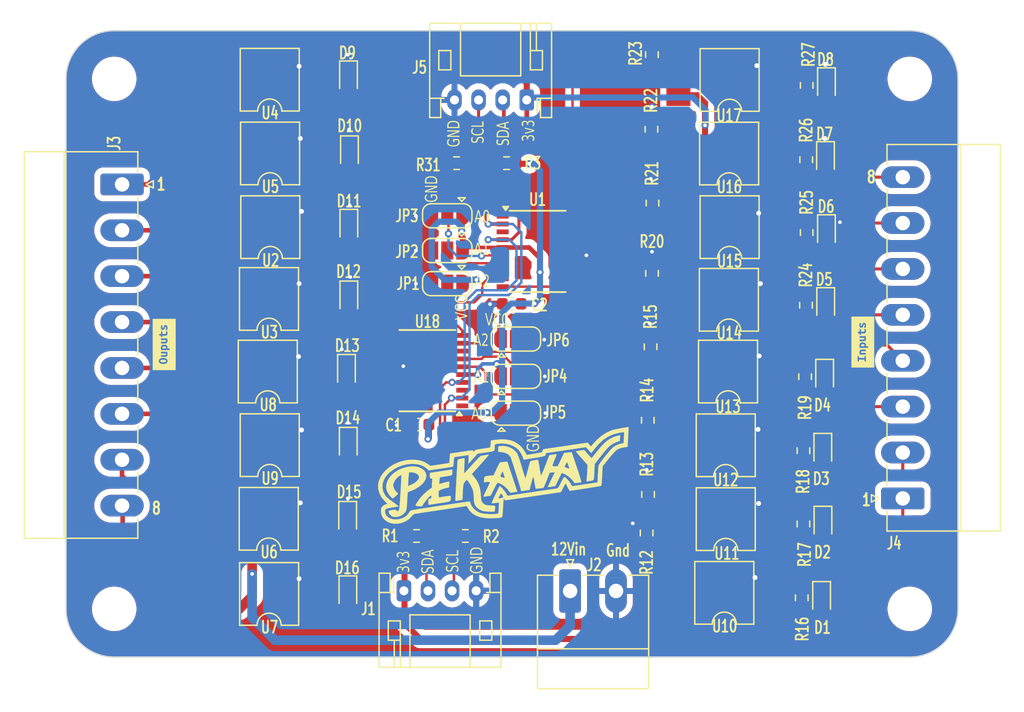
<source format=kicad_pcb>
(kicad_pcb (version 20240108) (generator "pcbnew") (generator_version "8.0")
  (title_block (comment 4 "PCBWay Project ID: 06cb5b2f-594a-422a-a1d3-4ffdad7c013d"))
  (layers (0 "F.Cu" signal) (31 "B.Cu" signal) (34 "B.Paste" user) (35 "F.Paste" user) (36 "B.SilkS" user "B.Silkscreen") (37 "F.SilkS" user "F.Silkscreen") (38 "B.Mask" user) (39 "F.Mask" user) (44 "Edge.Cuts" user))
  (net 0 "")
  (net 1 "+3V3")
  (net 2 "GND")
  (net 3 "/scl")
  (net 4 "/sda")
  (net 5 "+12V")
  (net 6 "/outputs/OUT1")
  (net 7 "/outputs/OUT2")
  (net 8 "/outputs/OUT3")
  (net 9 "/outputs/OUT4")
  (net 10 "/outputs/OUT5")
  (net 11 "/outputs/OUT6")
  (net 12 "/outputs/OUT7")
  (net 13 "/outputs/OUT8")
  (net 14 "/Inputs/In_Trig1")
  (net 15 "/Inputs/In_Trig2")
  (net 16 "/Inputs/In_Trig3")
  (net 17 "/Inputs/In_Trig4")
  (net 18 "/Inputs/In_Trig5")
  (net 19 "/Inputs/In_Trig6")
  (net 20 "/Inputs/In_Trig7")
  (net 21 "/Inputs/In_Trig8")
  (net 22 "Net-(D1-A)")
  (net 23 "/Inputs/In1")
  (net 24 "/Inputs/In2")
  (net 25 "/Inputs/In3")
  (net 26 "/Inputs/In4")
  (net 27 "Net-(D2-A)")
  (net 28 "Net-(D3-A)")
  (net 29 "Net-(D4-A)")
  (net 30 "Net-(D5-A)")
  (net 31 "/Inputs/In5")
  (net 32 "/Inputs/In6")
  (net 33 "/Inputs/In7")
  (net 34 "/Inputs/In8")
  (net 35 "Net-(D6-A)")
  (net 36 "Net-(D7-A)")
  (net 37 "Net-(D8-A)")
  (net 39 "/outputs/out_trig1")
  (net 40 "/outputs/out_trig2")
  (net 41 "/outputs/out_trig3")
  (net 42 "/outputs/out_trig4")
  (net 43 "/outputs/out_trig5")
  (net 44 "/outputs/out_trig6")
  (net 45 "/outputs/out_trig7")
  (net 46 "/outputs/out_trig8")
  (net 50 "Net-(JP1-C)")
  (net 51 "Net-(JP3-C)")
  (net 53 "Net-(JP2-C)")
  (net 54 "Net-(JP6-C)")
  (net 60 "Net-(JP4-C)")
  (net 61 "Net-(JP5-C)")
  (footprint "Resistor_SMD:R_0603_1608Metric" (layer "F.Cu") (at 105.575 68 180)
    (property "Reference" "R3")
    (property "Value" "10k")
  )
  (footprint "kibuzzard-63E0F99F" (layer "F.Cu") (at 135.15 82.85 90)
    (property "Reference" "kibuzzard-63E0F99F" (hide yes))
    (property "Value" "G***" (hide yes))
  )
  (footprint "Resistor_SMD:R_0603_1608Metric" (layer "F.Cu") (at 117.32 95.5 90)
    (property "Reference" "R13")
    (property "Value" "10k")
  )
  (footprint "Capacitor_SMD:C_0603_1608Metric" (layer "F.Cu") (at 106 79.675 180)
    (property "Reference" "C2")
    (property "Value" "0.1u")
  )
  (footprint "Resistor_SMD:R_0603_1608Metric" (layer "F.Cu") (at 117.69 71.31 90)
    (property "Reference" "R21")
    (property "Value" "10k")
  )
  (footprint "LED_SMD:LED_0603_1608Metric" (layer "F.Cu") (at 131.83 91.92 -90)
    (property "Reference" "D3")
    (property "Value" "LED_Small")
  )
  (footprint "Jumper:SolderJumper-3_P1.3mm_Open_RoundedPad1.0x1.5mm" (layer "F.Cu") (at 106.35 82.6)
    (property "Reference" "JP6")
    (property "Value" "Jumper_3_Open")
  )
  (footprint "Resistor_SMD:R_0603_1608Metric" (layer "F.Cu") (at 98.1 98.95)
    (property "Reference" "R1")
    (property "Value" "10k")
  )
  (footprint "Resistor_SMD:R_0603_1608Metric" (layer "F.Cu") (at 130.45 67.71 90)
    (property "Reference" "R26")
    (property "Value" "4.7k")
  )
  (footprint "LED_SMD:LED_0603_1608Metric" (layer "F.Cu") (at 132.13 61.57 -90)
    (property "Reference" "D8")
    (property "Value" "LED_Small")
  )
  (footprint "Connector_Phoenix_MC:PhoenixContact_MC_1,5_8-G-3.81_1x08_P3.81mm_Horizontal" (layer "F.Cu") (at 138.4675 95.83 90)
    (property "Reference" "J4")
    (property "Value" "Conn_01x08")
  )
  (footprint "Package_DIP:SMDIP-4_W7.62mm-updated" (layer "F.Cu") (at 123.96 85.3 180)
    (property "Reference" "U13")
    (property "Value" "PC817")
  )
  (footprint "Package_DIP:SMDIP-4_W7.62mm-updated" (layer "F.Cu") (at 123.77 97.55 180)
    (property "Reference" "U11")
    (property "Value" "PC817")
  )
  (footprint "LED_SMD:LED_0603_1608Metric" (layer "F.Cu") (at 131.98 85.77 -90)
    (property "Reference" "D4")
    (property "Value" "LED_Small")
  )
  (footprint "Jumper:SolderJumper-3_P1.3mm_Open_RoundedPad1.0x1.5mm" (layer "F.Cu") (at 106.35 85.7)
    (property "Reference" "JP4")
    (property "Value" "Jumper_3_Open")
  )
  (footprint "Resistor_SMD:R_0603_1608Metric" (layer "F.Cu") (at 130.22 97.95 90)
    (property "Reference" "R17")
    (property "Value" "4.7k")
  )
  (footprint "Resistor_SMD:R_0603_1608Metric" (layer "F.Cu") (at 130.49 73.76 90)
    (property "Reference" "R25")
    (property "Value" "4.7k")
  )
  (footprint "Jumper:SolderJumper-3_P1.3mm_Open_RoundedPad1.0x1.5mm" (layer "F.Cu") (at 100.65 78 180)
    (property "Reference" "JP1")
    (property "Value" "Jumper_3_Open")
  )
  (footprint "Package_DIP:SMDIP-4_W7.62mm-updated" (layer "F.Cu") (at 85.91 91.41 180)
    (property "Reference" "U9")
    (property "Value" "PC817")
  )
  (footprint "LED_SMD:LED_0603_1608Metric" (layer "F.Cu") (at 92.38 97.57 -90)
    (property "Reference" "D15")
    (property "Value" "LED_Small")
  )
  (footprint "LED_SMD:LED_0603_1608Metric" (layer "F.Cu") (at 92.48 73.32 -90)
    (property "Reference" "D11")
    (property "Value" "LED_Small")
  )
  (footprint "Resistor_SMD:R_0603_1608Metric" (layer "F.Cu") (at 117.3 89.345 90)
    (property "Reference" "R14")
    (property "Value" "10k")
  )
  (footprint "LED_SMD:LED_0603_1608Metric" (layer "F.Cu") (at 132.13 73.77 -90)
    (property "Reference" "D6")
    (property "Value" "LED_Small")
  )
  (footprint "Package_DIP:SMDIP-4_W7.62mm-updated" (layer "F.Cu") (at 123.77 91.42 180)
    (property "Reference" "U12")
    (property "Value" "PC817")
  )
  (footprint "Resistor_SMD:R_0603_1608Metric" (layer "F.Cu") (at 130.36 85.725 90)
    (property "Reference" "R19")
    (property "Value" "4.7k")
  )
  (footprint "Resistor_SMD:R_0603_1608Metric" (layer "F.Cu") (at 130.43 79.79 90)
    (property "Reference" "R24")
    (property "Value" "4.7k")
  )
  (footprint "Package_SO:SSOP-20_4.4x6.5mm_P0.65mm" (layer "F.Cu") (at 108.15 75.325)
    (property "Reference" "U1")
    (property "Value" "PCF8574ATS")
  )
  (footprint "Resistor_SMD:R_0603_1608Metric" (layer "F.Cu") (at 117.6 65.185 90)
    (property "Reference" "R22")
    (property "Value" "10k")
  )
  (footprint "LED_SMD:LED_0603_1608Metric" (layer "F.Cu") (at 132.05 67.7 -90)
    (property "Reference" "D7")
    (property "Value" "LED_Small")
  )
  (footprint "Capacitor_SMD:C_0603_1608Metric" (layer "F.Cu") (at 98.35 89.7 180)
    (property "Reference" "C1")
    (property "Value" "0.1u")
  )
  (footprint "Package_DIP:SMDIP-4_W7.62mm-updated" (layer "F.Cu") (at 123.65 103.67 180)
    (property "Reference" "U10")
    (property "Value" "PC817")
  )
  (footprint "MountingHole:MountingHole_3.2mm_M3" (layer "F.Cu") (at 73 61)
    (property "Reference" "REF**" (hide yes))
    (property "Value" "MountingHole_3.2mm_M3")
  )
  (footprint "Resistor_SMD:R_0603_1608Metric" (layer "F.Cu") (at 130.08 104.08 90)
    (property "Reference" "R16")
    (property "Value" "4.7k")
  )
  (footprint "MountingHole:MountingHole_3.2mm_M3" (layer "F.Cu") (at 139.05 105)
    (property "Reference" "REF**" (hide yes))
    (property "Value" "MountingHole_3.2mm_M3")
  )
  (footprint "LED_SMD:LED_0603_1608Metric" (layer "F.Cu") (at 92.4 103.75 -90)
    (property "Reference" "D16")
    (property "Value" "LED_Small")
  )
  (footprint "Package_DIP:SMDIP-4_W7.62mm-updated" (layer "F.Cu") (at 85.91 61.07 180)
    (property "Reference" "U4")
    (property "Value" "PC817")
  )
  (footprint "LED_SMD:LED_0603_1608Metric" (layer "F.Cu") (at 132.0675 79.82 -90)
    (property "Reference" "D5")
    (property "Value" "LED_Small")
  )
  (footprint "Resistor_SMD:R_0603_1608Metric" (layer "F.Cu") (at 130.22 91.87 90)
    (property "Reference" "R18")
    (property "Value" "4.7k")
  )
  (footprint "LED_SMD:LED_0603_1608Metric" (layer "F.Cu") (at 92.45 61 -90)
    (property "Reference" "D9")
    (property "Value" "LED_Small")
  )
  (footprint "Connector_JST:JST_PH_S4B-PH-K_1x04_P2.00mm_Horizontal" (layer "F.Cu") (at 107.25 62.75 180)
    (property "Reference" "J5")
    (property "Value" "Conn_01x04")
  )
  (footprint "Resistor_SMD:R_0603_1608Metric" (layer "F.Cu") (at 101.425 68)
    (property "Reference" "R31")
    (property "Value" "10k")
  )
  (footprint "Resistor_SMD:R_0603_1608Metric" (layer "F.Cu") (at 117.64 58.99 90)
    (property "Reference" "R23")
    (property "Value" "10k")
  )
  (footprint "LED_SMD:LED_0603_1608Metric" (layer "F.Cu") (at 92.48 79.27 -90)
    (property "Reference" "D12")
    (property "Value" "LED_Small")
  )
  (footprint "MountingHole:MountingHole_3.2mm_M3" (layer "F.Cu") (at 139.05 61)
    (property "Reference" "REF**" (hide yes))
    (property "Value" "MountingHole_3.2mm_M3")
  )
  (footprint "Connector_Phoenix_MC:PhoenixContact_MC_1,5_8-G-3.81_1x08_P3.81mm_Horizontal" (layer "F.Cu") (at 73.65 69.76 -90)
    (property "Reference" "J3")
    (property "Value" "Conn_01x08")
  )
  (footprint "LED_SMD:LED_0603_1608Metric" (layer "F.Cu") (at 92.43 91.42 -90)
    (property "Reference" "D14")
    (property "Value" "LED_Small")
  )
  (footprint "LED_SMD:LED_0603_1608Metric" (layer "F.Cu") (at 131.8425 97.97 -90)
    (property "Reference" "D2")
    (property "Value" "LED_Small")
  )
  (footprint "Package_DIP:SMDIP-4_W7.62mm-updated" (layer "F.Cu") (at 124.03 79.34 180)
    (property "Reference" "U14")
    (property "Value" "PC817")
  )
  (footprint "Package_DIP:SMDIP-4_W7.62mm-updated" (layer "F.Cu") (at 85.75 85.3 180)
    (property "Reference" "U8")
    (property "Value" "PC817")
  )
  (footprint "LED_SMD:LED_0603_1608Metric" (layer "F.Cu") (at 131.73 104.22 -90)
    (property "Reference" "D1")
    (property "Value" "LED_Small")
  )
  (footprint "Package_DIP:SMDIP-4_W7.62mm-updated" (layer "F.Cu") (at 124.09 61.09 180)
    (property "Reference" "U17")
    (property "Value" "PC817")
  )
  (footprint "Package_DIP:SMDIP-4_W7.62mm-updated" (layer "F.Cu") (at 85.83 97.52 180)
    (property "Reference" "U6")
    (property "Value" "PC817")
  )
  (footprint "Package_DIP:SMDIP-4_W7.62mm-updated" (layer "F.Cu") (at 85.96 73.31 180)
    (property "Reference" "U2")
    (property "Value" "PC817")
  )
  (footprint "Connector_JST:JST_PH_S4B-PH-K_1x04_P2.00mm_Horizontal" (layer "F.Cu") (at 97.05 103.5)
    (property "Reference" "J1")
    (property "Value" "Conn_01x04")
  )
  (footprint "Jumper:SolderJumper-3_P1.3mm_Open_RoundedPad1.0x1.5mm" (layer "F.Cu") (at 100.65 72.3675 180)
    (property "Reference" "JP3")
    (property "Value" "Jumper_3_Open")
  )
  (footprint "Resistor_SMD:R_0603_1608Metric" (layer "F.Cu") (at 117.2 98.7 90)
    (property "Reference" "R12")
    (property "Value" "10k")
  )
  (footprint "Resistor_SMD:R_0603_1608Metric" (layer "F.Cu") (at 102.15 98.95 180)
    (property "Reference" "R2")
    (property "Value" "10k")
  )
  (footprint "Jumper:SolderJumper-3_P1.3mm_Open_RoundedPad1.0x1.5mm" (layer "F.Cu") (at 100.65 75.25 180)
    (property "Reference" "JP2")
    (property "Value" "Jumper_3_Open")
  )
  (footprint "LED_SMD:LED_0603_1608Metric" (layer "F.Cu") (at 92.53 67.22 -90)
    (property "Reference" "D10")
    (property "Value" "LED_Small")
  )
  (footprint "greencharge-footprints:logo-small-pekaway" (layer "F.Cu") (at 105.05 94.05)
    (property "Reference" "G***" (hide yes))
    (property "Value" "LOGO" (hide yes))
  )
  (footprint "Jumper:SolderJumper-3_P1.3mm_Open_RoundedPad1.0x1.5mm" (layer "F.Cu") (at 106.35 88.75)
    (property "Reference" "JP5")
    (property "Value" "Jumper_3_Open")
  )
  (footprint "Package_DIP:SMDIP-4_W7.62mm-updated" (layer "F.Cu") (at 124.09 73.31 180)
    (property "Reference" "U15")
    (property "Value" "PC817")
  )
  (footprint "MountingHole:MountingHole_3.2mm_M3" (layer "F.Cu") (at 73 105)
    (property "Reference" "REF**" (hide yes))
    (property "Value" "MountingHole_3.2mm_M3")
  )
  (footprint "kibuzzard-63E0F976" (layer "F.Cu") (at 77.15 83.05 90)
    (property "Reference" "kibuzzard-63E0F976" (hide yes))
    (property "Value" "G***" (hide yes))
  )
  (footprint "Connector_Phoenix_MC:PhoenixContact_MC_1,5_2-G-3.81_1x02_P3.81mm_Horizontal" (layer "F.Cu") (at 110.85 103.5175)
    (property "Reference" "J2")
    (property "Value" "Conn_01x02")
  )
  (footprint "LED_SMD:LED_0603_1608Metric" (layer "F.Cu") (at 92.28 85.37 -90)
    (property "Reference" "D13")
    (property "Value" "LED_Small")
  )
  (footprint "Package_DIP:SMDIP-4_W7.62mm-updated" (layer "F.Cu") (at 85.85 79.27 180)
    (property "Reference" "U3")
    (property "Value" "PC817")
  )
  (footprint "Package_DIP:SMDIP-4_W7.62mm-updated" (layer "F.Cu") (at 124.05 67.2 180)
    (property "Reference" "U16")
    (property "Value" "PC817")
  )
  (footprint "Package_SO:SSOP-20_4.4x6.5mm_P0.65mm" (layer "F.Cu") (at 99 85.225 180)
    (property "Reference" "U18")
    (property "Value" "PCF8574ATS")
  )
  (footprint "Package_DIP:SMDIP-4_W7.62mm-updated" (layer "F.Cu") (at 85.94 67.19 180)
    (property "Reference" "U5")
    (property "Value" "PC817")
  )
  (footprint "Package_DIP:SMDIP-4_W7.62mm-updated" (layer "F.Cu") (at 85.86 103.76 180)
    (property "Reference" "U7")
    (property "Value" "PC817")
  )
  (footprint "Resistor_SMD:R_0603_1608Metric" (layer "F.Cu") (at 117.65 77.15 90)
    (property "Reference" "R20")
    (property "Value" "10k")
  )
  (footprint "Resistor_SMD:R_0603_1608Metric" (layer "F.Cu") (at 130.49 61.54 90)
    (property "Reference" "R27")
    (property "Value" "4.7k")
  )
  (footprint "Resistor_SMD:R_0603_1608Metric" (layer "F.Cu") (at 117.53 83.245 90)
    (property "Reference" "R15")
    (property "Value" "10k")
  )
  (gr_line (start 139.05 109) (end 73 109) (stroke (width 0.1)) (layer "Edge.Cuts"))
  (gr_line (start 143.05 61) (end 143.05 105) (stroke (width 0.1)) (layer "Edge.Cuts"))
  (gr_line (start 73 57) (end 139.05 57) (stroke (width 0.1)) (layer "Edge.Cuts"))
  (gr_arc (start 73 109) (mid 70.171573 107.828427) (end 69 105) (stroke (width 0.1)) (layer "Edge.Cuts"))
  (gr_arc (start 139.05 57) (mid 141.878427 58.171573) (end 143.05 61) (stroke (width 0.1)) (layer "Edge.Cuts"))
  (gr_arc (start 143.05 105) (mid 141.878427 107.828427) (end 139.05 109) (stroke (width 0.1)) (layer "Edge.Cuts"))
  (gr_line (start 69 105) (end 69 61) (stroke (width 0.1)) (layer "Edge.Cuts"))
  (gr_arc (start 69 61) (mid 70.171573 58.171573) (end 73 57) (stroke (width 0.1)) (layer "Edge.Cuts"))
  (gr_text "SCL" (at 101.15 101.05 90) (layer "F.SilkS") (effects (font (size 1 0.7))))
  (gr_text "A2\n" (at 103.55 77.85 0) (layer "F.SilkS") (effects (font (size 1 0.7))))
  (gr_text "GND" (at 107.85 90.85 90) (layer "F.SilkS") (effects (font (size 1 0.7))))
  (gr_text "SCL" (at 103.25 65.45 90) (layer "F.SilkS") (effects (font (size 1 0.7))))
  (gr_text "GND" (at 101.25 65.55 90) (layer "F.SilkS") (effects (font (size 1 0.7))))
  (gr_text "Gnd" (at 114.825 100.15 0) (layer "F.SilkS") (effects (font (size 1 0.7))))
  (gr_text "A2\n" (at 103.45 82.75 0) (layer "F.SilkS") (effects (font (size 1 0.7))))
  (gr_text "1" (at 76.9 69.75 0) (layer "F.SilkS") (effects (font (size 1 0.7) (thickness 0.175))))
  (gr_text "VCC" (at 101.9 79.999998 90) (layer "F.SilkS") (effects (font (size 1 0.7))))
  (gr_text "12Vin" (at 110.725 100.05 0) (layer "F.SilkS") (effects (font (size 1 0.7))))
  (gr_text "VCC" (at 104.8 81.05 0) (layer "F.SilkS") (effects (font (size 1 0.7))))
  (gr_text "SDA" (at 105.35 65.55 90) (layer "F.SilkS") (effects (font (size 1 0.7))))
  (gr_text "A0" (at 103.3 88.85 0) (layer "F.SilkS") (effects (font (size 1 0.7))))
  (gr_text "8\n" (at 135.849999 69.149999 0) (layer "F.SilkS") (effects (font (size 1 0.7) (thickness 0.175))))
  (gr_text "8\n" (at 76.499999 96.649999 0) (layer "F.SilkS") (effects (font (size 1 0.7) (thickness 0.175))))
  (gr_text "3v3" (at 97.075 101.1 90) (layer "F.SilkS") (effects (font (size 1 0.7))))
  (gr_text "A1" (at 103.5 85.8 0) (layer "F.SilkS") (effects (font (size 1 0.7))))
  (gr_text "SDA" (at 99.1 101.075 90) (layer "F.SilkS") (effects (font (size 1 0.7))))
  (gr_text "3v3" (at 107.45 65.3 90) (layer "F.SilkS") (effects (font (size 1 0.7))))
  (gr_text "A1" (at 103.5 75.2 0) (layer "F.SilkS") (effects (font (size 1 0.7))))
  (gr_text "GND" (at 99.4 70.15 90) (layer "F.SilkS") (effects (font (size 1 0.7))))
  (gr_text "GND" (at 103.15 100.975 90) (layer "F.SilkS") (effects (font (size 1 0.7))))
  (gr_text "1" (at 135.45 95.95 0) (layer "F.SilkS") (effects (font (size 1 0.7) (thickness 0.175))))
  (gr_text "A0" (at 103.55 72.5 0) (layer "F.SilkS") (effects (font (size 1 0.7))))
  (segment (start 97.275 101.725) (end 97.1 101.9) (width 0.508) (layer "F.Cu") (net 1))
  (segment (start 121.11 104.94) (end 119.4 104.94) (width 0.508) (layer "F.Cu") (net 1))
  (segment (start 105.05 82.6) (end 105.05 81.6) (width 0.508) (layer "F.Cu") (net 1))
  (segment (start 101.95 74.25) (end 101.95 75.25) (width 0.508) (layer "F.Cu") (net 1))
  (segment (start 102.2 75) (end 101.95 75.25) (width 0.3048) (layer "F.Cu") (net 1))
  (segment (start 121.41 62.36) (end 122.05 63) (width 0.508) (layer "F.Cu") (net 1))
  (segment (start 122.05 92.55) (end 122.05 98.75) (width 0.508) (layer "F.Cu") (net 1))
  (segment (start 106.45 68.05) (end 106.4 68) (width 0.508) (layer "F.Cu") (net 1))
  (segment (start 122.05 80.75) (end 122.05 86.7) (width 0.508) (layer "F.Cu") (net 1))
  (segment (start 119.52 98.82) (end 121.98 98.82) (width 0.508) (layer "F.Cu") (net 1))
  (segment (start 118.35 107.5) (end 119.4 106.45) (width 0.508) (layer "F.Cu") (net 1))
  (segment (start 121.93 68.47) (end 122.05 68.35) (width 0.508) (layer "F.Cu") (net 1))
  (segment (start 104 88.75) (end 103.95 88.7) (width 0.508) (layer "F.Cu") (net 1))
  (segment (start 102.269347 77.680653) (end 101.95 78) (width 0.508) (layer "F.Cu") (net 1))
  (segment (start 98.45 60.4) (end 106.3 60.4) (width 0.508) (layer "F.Cu") (net 1))
  (segment (start 100.6 68) (end 98.1 68) (width 0.508) (layer "F.Cu") (net 1))
  (segment (start 99.125 89.7) (end 99.125 90.825) (width 0.508) (layer "F.Cu") (net 1))
  (segment (start 105.25 75) (end 107.45 75) (width 0.381) (layer "F.Cu") (net 1))
  (segment (start 119.8 68.47) (end 121.93 68.47) (width 0.508) (layer "F.Cu") (net 1))
  (segment (start 105.05 81.6) (end 105.2 81.45) (width 0.508) (layer "F.Cu") (net 1))
  (segment (start 121.91 92.69) (end 122.05 92.55) (width 0.508) (layer "F.Cu") (net 1))
  (segment (start 107.25 61.35) (end 107.25 62.75) (width 0.508) (layer "F.Cu") (net 1))
  (segment (start 103.149208 85.55) (end 103.174604 85.575396) (width 0.3048) (layer "F.Cu") (net 1))
  (segment (start 98.1 68) (end 97.3 67.2) (width 0.508) (layer "F.Cu") (net 1))
  (segment (start 106.4 65.8) (end 106.4 68) (width 0.381) (layer "F.Cu") (net 1))
  (segment (start 121.91 80.61) (end 122.05 80.75) (width 0.508) (layer "F.Cu") (net 1))
  (segment (start 107.9 79.65) (end 106.8 79.65) (width 0.508) (layer "F.Cu") (net 1))
  (segment (start 108.35 75.9) (end 108.35 77.05) (width 0.381) (layer "F.Cu") (net 1))
  (segment (start 121.88 74.58) (end 122.05 74.75) (width 0.508) (layer "F.Cu") (net 1))
  (segment (start 107.25 62.75) (end 107.25 64.95) (width 0.381) (layer "F.Cu") (net 1))
  (segment (start 107.9 75.45) (end 108.35 75.9) (width 0.381) (layer "F.Cu") (net 1))
  (segment (start 122.05 64.85) (end 122.05 68.35) (width 0.508) (layer "F.Cu") (net 1))
  (segment (start 121.92 86.57) (end 122.05 86.7) (width 0.508) (layer "F.Cu") (net 1))
  (segment (start 98.4 107.5) (end 118.35 107.5) (width 0.508) (layer "F.Cu") (net 1))
  (segment (start 99.125 90.825) (end 99.05 90.9) (width 0.508) (layer "F.Cu") (net 1))
  (segment (start 101.9 85.55) (end 103.149208 85.55) (width 0.3048) (layer "F.Cu") (net 1))
  (segment (start 97.3 61.55) (end 98.45 60.4) (width 0.508) (layer "F.Cu") (net 1))
  (segment (start 107.45 68.05) (end 106.45 68.05) (width 0.508) (layer "F.Cu") (net 1))
  (segment (start 119.52 92.69) (end 121.91 92.69) (width 0.508) (layer "F.Cu") (net 1))
  (segment (start 122.05 63) (end 122.05 64.85) (width 0.508) (layer "F.Cu") (net 1))
  (segment (start 105.25 75) (end 102.2 75) (width 0.3048) (layer "F.Cu") (net 1))
  (segment (start 106.8 79.65) (end 106.775 79.675) (width 0.508) (layer "F.Cu") (net 1))
  (segment (start 121.98 98.82) (end 122.05 98.75) (width 0.508) (layer "F.Cu") (net 1))
  (segment (start 101.95 72.3675) (end 101.85 72.4675) (width 0.508) (layer "F.Cu") (net 1))
  (segment (start 122.05 86.7) (end 122.05 92.55) (width 0.508) (layer "F.Cu") (net 1))
  (segment (start 122.05 98.75) (end 122.05 104) (width 0.508) (layer "F.Cu") (net 1))
  (segment (start 107.25 64.95) (end 106.4 65.8) (width 0.381) (layer "F.Cu") (net 1))
  (segment (start 97.275 98.95) (end 97.275 101.725) (width 0.508) (layer "F.Cu") (net 1))
  (segment (start 107.45 75) (end 107.9 75.45) (width 0.381) (layer "F.Cu") (net 1))
  (segment (start 122.05 74.75) (end 122.05 80.75) (width 0.508) (layer "F.Cu") (net 1))
  (segment (start 119.4 106.45) (end 119.4 104.94) (width 0.508) (layer "F.Cu") (net 1))
  (segment (start 106.3 60.4) (end 107.25 61.35) (width 0.508) (layer "F.Cu") (net 1))
  (segment (start 119.71 86.57) (end 121.92 86.57) (width 0.508) (layer "F.Cu") (net 1))
  (segment (start 105.05 88.75) (end 104 88.75) (width 0.508) (layer "F.Cu") (net 1))
  (segment (start 97.3 67.2) (end 97.3 61.55) (width 0.508) (layer "F.Cu") (net 1))
  (segment (start 97.1 101.9) (end 97.1 106.2) (width 0.508) (layer "F.Cu") (net 1))
  (segment (start 104.75 84.6614) (end 105.05 84.9614) (width 0.508) (layer "F.Cu") (net 1))
  (segment (start 119.78 80.61) (end 121.91 80.61) (width 0.508) (layer "F.Cu") (net 1))
  (segment (start 102.975 98.95) (end 104.25 98.95) (width 0.508) (layer "F.Cu") (net 1))
  (segment (start 105.05 84.9614) (end 105.05 85.7) (width 0.508) (layer "F.Cu") (net 1))
  (segment (start 119.84 74.58) (end 121.88 74.58) (width 0.508) (layer "F.Cu") (net 1))
  (segment (start 119.84 62.36) (end 121.41 62.36) (width 0.508) (layer "F.Cu") (net 1))
  (segment (start 104.25 98.95) (end 105.05 98.15) (width 0.508) (layer "F.Cu") (net 1))
  (segment (start 105.05 98.15) (end 105.05 88.75) (width 0.508) (layer "F.Cu") (net 1))
  (segment (start 97.1 106.2) (end 98.4 107.5) (width 0.508) (layer "F.Cu") (net 1))
  (segment (start 122.05 104) (end 121.11 104.94) (width 0.508) (layer "F.Cu") (net 1))
  (segment (start 103.075125 77.680653) (end 102.269347 77.680653) (width 0.508) (layer "F.Cu") (net 1))
  (segment (start 101.85 74.15) (end 101.95 74.25) (width 0.508) (layer "F.Cu") (net 1))
  (segment (start 122.05 68.35) (end 122.05 74.75) (width 0.508) (layer "F.Cu") (net 1))
  (segment (start 101.85 72.4675) (end 101.85 74.15) (width 0.508) (layer "F.Cu") (net 1))
  (via (at 103.174604 85.575396) (size 0.6) (drill 0.3) (layers "F.Cu" "B.Cu") (net 1))
  (via (at 107.45 68.05) (size 0.6) (drill 0.3) (layers "F.Cu" "B.Cu") (net 1))
  (via (at 103.95 88.7) (size 0.6) (drill 0.3) (layers "F.Cu" "B.Cu") (net 1))
  (via (at 122.05 64.85) (size 0.6) (drill 0.3) (layers "F.Cu" "B.Cu") (net 1))
  (via (at 103.075125 77.680653) (size 0.6) (drill 0.3) (layers "F.Cu" "B.Cu") (net 1))
  (via (at 108.35 77.05) (size 0.6) (drill 0.3) (layers "F.Cu" "B.Cu") (net 1))
  (via (at 107.9 79.65) (size 0.6) (drill 0.3) (layers "F.Cu" "B.Cu") (net 1))
  (via (at 99.05 90.9) (size 0.6) (drill 0.3) (layers "F.Cu" "B.Cu") (net 1))
  (via (at 101.85 73.65) (size 0.6) (drill 0.3) (layers "F.Cu" "B.Cu") (net 1))
  (via (at 105.2 81.45) (size 0.6) (drill 0.3) (layers "F.Cu" "B.Cu") (net 1))
  (via (at 104.75 84.6614) (size 0.6) (drill 0.3) (layers "F.Cu" "B.Cu") (net 1))
  (segment (start 101.4 72.85) (end 99.95 72.85) (width 0.508) (layer "B.Cu") (net 1))
  (segment (start 103.174604 85.075396) (end 103.5886 84.6614) (width 0.3048) (layer "B.Cu") (net 1))
  (segment (start 99.05 89.6) (end 99.05 90.9) (width 0.508) (layer "B.Cu") (net 1))
  (segment (start 101.85 73.65) (end 101.85 73.3) (width 0.508) (layer "B.Cu") (net 1))
  (segment (start 105.2 84.6) (end 105.2 81.45) (width 0.508) (layer "B.Cu") (net 1))
  (segment (start 103.174604 85.575396) (end 103.174604 85.075396) (width 0.3048) (layer "B.Cu") (net 1))
  (segment (start 105.95 79.65) (end 105.2 80.4) (width 0.508) (layer "B.Cu") (net 1))
  (segment (start 99.95 88.7) (end 99.05 89.6) (width 0.508) (layer "B.Cu") (net 1))
  (segment (start 107.9 79.65) (end 108.35 79.2) (width 0.508) (layer "B.Cu") (net 1))
  (segment (start 107.454 62.546) (end 121.046 62.546) (width 0.508) (layer "B.Cu") (net 1))
  (segment (start 122.1 63.6) (end 122.1 64.8) (width 0.508) (layer "B.Cu") (net 1))
  (segment (start 105.2 84.6) (end 104.8114 84.6) (width 0.508) (layer "B.Cu") (net 1))
  (segment (start 107.85 68.1) (end 107.8 68.05) (width 0.508) (layer "B.Cu") (net 1))
  (segment (start 105.2 87.85) (end 105.2 84.6) (width 0.508) (layer "B.Cu") (net 1))
  (segment (start 99.35 76.6) (end 100.430653 77.680653) (width 0.508) (layer "B.Cu") (net 1))
  (segment (start 108.35 77.3) (end 108.35 77.05) (width 0.381) (layer "B.Cu") (net 1))
  (segment (start 99.95 72.85) (end 99.35 73.45) (width 0.508) (layer "B.Cu") (net 1))
  (segment (start 108.35 77.05) (end 108.35 68.6) (width 0.508) (layer "B.Cu") (net 1))
  (segment (start 107.25 62.75) (end 107.454 62.546) (width 0.508) (layer "B.Cu") (net 1))
  (segment (start 107.9 79.65) (end 105.95 79.65) (width 0.508) (layer "B.Cu") (net 1))
  (segment (start 103.95 88.7) (end 99.95 88.7) (width 0.508) (layer "B.Cu") (net 1))
  (segment (start 121.046 62.546) (end 122.1 63.6) (width 0.508) (layer "B.Cu") (net 1))
  (segment (start 108.35 68.6) (end 107.85 68.1) (width 0.508) (layer "B.Cu") (net 1))
  (segment (start 107.8 68.05) (end 107.45 68.05) (width 0.508) (layer "B.Cu") (net 1))
  (segment (start 105.2 80.4) (end 105.2 81.45) (width 0.508) (layer "B.Cu") (net 1))
  (segment (start 103.95 88.7) (end 104.35 88.7) (width 0.508) (layer "B.Cu") (net 1))
  (segment (start 104.8114 84.6) (end 104.75 84.6614) (width 0.508) (layer "B.Cu") (net 1))
  (segment (start 99.35 73.45) (end 99.35 76.6) (width 0.508) (layer "B.Cu") (net 1))
  (segment (start 101.85 73.3) (end 101.4 72.85) (width 0.508) (layer "B.Cu") (net 1))
  (segment (start 100.430653 77.680653) (end 103.075125 77.680653) (width 0.508) (layer "B.Cu") (net 1))
  (segment (start 108.35 79.2) (end 108.35 77.3) (width 0.508) (layer "B.Cu") (net 1))
  (segment (start 103.5886 84.6614) (end 104.75 84.6614) (width 0.3048) (layer "B.Cu") (net 1))
  (segment (start 122.1 64.8) (end 122.05 64.85) (width 0.508) (layer "B.Cu") (net 1))
  (segment (start 104.35 88.7) (end 105.2 87.85) (width 0.508) (layer "B.Cu") (net 1))
  (segment (start 117.65 76.325) (end 117.65 75.35) (width 0.2032) (layer "F.Cu") (net 2))
  (segment (start 90.19 65.92) (end 88.48 65.92) (width 0.508) (layer "F.Cu") (net 2))
  (segment (start 92.45 59.05) (end 92.4 59) (width 0.508) (layer "F.Cu") (net 2))
  (segment (start 104.225 79.675) (end 104.2 79.7) (width 0.508) (layer "F.Cu") (net 2))
  (segment (start 128.34 72.04) (end 126.61 72.04) (width 0.508) (layer "F.Cu") (net 2))
  (segment (start 126.832 64.462) (end 128.3 65.93) (width 0.508) (layer "F.Cu") (net 2))
  (segment (start 90.1 78) (end 88.35 78) (width 0.508) (layer "F.Cu") (net 2))
  (segment (start 117.32 94.675) (end 117.32 93.57) (width 0.381) (layer "F.Cu") (net 2))
  (segment (start 127.9 102.4) (end 126.2 102.4) (width 0.508) (layer "F.Cu") (net 2))
  (segment (start 133.1675 72.9825) (end 133.25 72.9) (width 0.254) (layer "F.Cu") (net 2))
  (segment (start 117.6 64.36) (end 117.6 63.35) (width 0.381) (layer "F.Cu") (net 2))
  (segment (start 92.48 77.57) (end 92.6 77.45) (width 0.508) (layer "F.Cu") (net 2))
  (segment (start 88.59 72.04) (end 88.55 72) (width 0.508) (layer "F.Cu") (net 2))
  (segment (start 88.32 84.03) (end 88.3 84.05) (width 0.508) (layer "F.Cu") (net 2))
  (segment (start 88.36 102.49) (end 88.35 102.5) (width 0.508) (layer "F.Cu") (net 2))
  (segment (start 105.225 79.675) (end 104.225 79.675) (width 0.508) (layer "F.Cu") (net 2))
  (segment (start 91.85 83.6) (end 91.9 83.55) (width 0.2032) (layer "F.Cu") (net 2))
  (segment (start 91.9 83.55) (end 91.9 83.45) (width 0.2032) (layer "F.Cu") (net 2))
  (segment (start 117.69 69.44) (end 117.55 69.3) (width 0.381) (layer "F.Cu") (net 2))
  (segment (start 92.48 71.57) (end 92.55 71.5) (width 0.508) (layer "F.Cu") (net 2))
  (segment (start 88.5 59.8) (end 88.35 59.95) (width 0.508) (layer "F.Cu") (net 2))
  (segment (start 99.35 72.3675) (end 98.0825 72.3675) (width 0.508) (layer "F.Cu") (net 2))
  (segment (start 92.45 60.2125) (end 92.45 59.05) (width 0.508) (layer "F.Cu") (net 2))
  (segment (start 108.65 82.6) (end 108.7 82.65) (width 0.508) (layer "F.Cu") (net 2))
  (segment (start 117.6 63.35) (end 117.65 63.3) (width 0.381) (layer "F.Cu") (net 2))
  (segment (start 96.95 84.9) (end 97 84.85) (width 0.2032) (layer "F.Cu") (net 2))
  (segment (start 98.0825 72.3675) (end 98.05 72.4) (width 0.508) (layer "F.Cu") (net 2))
  (segment (start 116.075 97.875) (end 116.05 97.9) (width 0.381) (layer "F.Cu") (net 2))
  (segment (start 132.13 60.7825) (end 132.13 59.88) (width 0.508) (layer "F.Cu") (net 2))
  (segment (start 128.21 84.03) (end 126.58 84.03) (width 0.508) (layer "F.Cu") (net 2))
  (segment (start 117.53 81.38) (end 117.45 81.3) (width 0.2032) (layer "F.Cu") (net 2))
  (segment (start 126.53 96.28) (end 126.5 96.25) (width 0.508) (layer "F.Cu") (net 2))
  (segment (start 107.65 88.75) (end 108.8 88.75) (width 0.508) (layer "F.Cu") (net 2))
  (segment (start 128.34 59.82) (end 126.43 59.82) (width 0.508) (layer "F.Cu") (net 2))
  (segment (start 126.72 78.07) (end 126.65 78) (width 0.508) (layer "F.Cu") (net 2))
  (segment (start 126.5 90.15) (end 126.45 90.1) (width 0.508) (layer "F.Cu") (net 2))
  (segment (start 92.48 78.4825) (end 92.48 77.57) (width 0.508) (layer "F.Cu") (net 2))
  (segment (start 128.02 96.28) (end 126.53 96.28) (width 0.508) (layer "F.Cu") (net 2))
  (segment (start 117.53 82.42) (end 117.53 81.38) (width 0.2032) (layer "F.Cu") (net 2))
  (segment (start 92.38 96.7825) (end 92.38 95.87) (width 0.508) (layer "F.Cu") (net 2))
  (segment (start 90.16 59.8) (end 88.5 59.8) (width 0.508) (layer "F.Cu") (net 2))
  (segment (start 128.02 90.15) (end 126.5 90.15) (width 0.508) (layer "F.Cu") (net 2))
  (segment (start 111.05 75.65) (end 112.2 75.65) (width 0.2032) (layer "F.Cu") (net 2))
  (segment (start 92.48 72.5325) (end 92.48 71.57) (width 0.508) (layer "F.Cu") (net 2))
  (segment (start 97.575 89.7) (end 96.5 89.7) (width 0.508) (layer "F.Cu") (net 2))
  (segment (start 96.5 89.7) (end 96.45 89.75) (width 0.508) (layer "F.Cu") (net 2))
  (segment (start 117.32 93.57) (end 117.2 93.45) (width 0.381) (layer "F.Cu") (net 2))
  (segment (start 117.69 70.485) (end 117.69 69.44) (width 0.381) (layer "F.Cu") (net 2))
  (segment (start 88.48 65.92) (end 88.45 65.95) (width 0.508) (layer "F.Cu") (net 2))
  (segment (start 88.5 96.25) (end 88.45 96.2) (width 0.508) (layer "F.Cu") (net 2))
  (segment (start 107.65 85.7) (end 108.75 85.7) (width 0.508) (layer "F.Cu") (net 2))
  (segment (start 92.53 66.4325) (end 92.53 65.23) (width 0.508) (layer "F.Cu") (net 2))
  (segment (start 90.21 72.04) (end 88.59 72.04) (width 0.508) (layer "F.Cu") (net 2))
  (segment (start 92.43 89.58) (end 92.4 89.55) (width 0.508) (layer "F.Cu") (net 2))
  (segment (start 132.05 66) (end 132 65.95) (width 0.508) (layer "F.Cu") (net 2))
  (segment (start 128.28 78.07) (end 126.72 78.07) (width 0.508) (layer "F.Cu") (net 2))
  (segment (start 92.43 90.6325) (end 92.43 89.58) (width 0.508) (layer "F.Cu") (net 2))
  (segment (start 128.34 59.82) (end 128.23 59.82) (width 0.508) (layer "F.Cu") (net 2))
  (segment (start 90 84.03) (end 88.32 84.03) (width 0.508) (layer "F.Cu") (net 2))
  (segment (start 117.3 87.5) (end 117.35 87.45) (width 0.381) (layer "F.Cu") (net 2))
  (segment (start 126.832 61.218) (end 126.832 64.462) (width 0.508) (layer "F.Cu") (net 2))
  (segment (start 126.61 72.04) (end 126.5 72.15) (width 0.508) (layer "F.Cu") (net 2))
  (segment (start 132.05 66.9125) (end 132.05 66) (width 0.508) (layer "F.Cu") (net 2))
  (segment (start 90.08 96.25) (end 88.5 96.25) (width 0.508) (layer "F.Cu") (net 2))
  (segment (start 99.35 75.25) (end 98.05 75.25) (width 0.508) (layer "F.Cu") (net 2))
  (segment (start 132.13 59.88) (end 132.05 59.8) (width 0.508) (layer "F.Cu") (net 2))
  (segment (start 90.11 102.49) (end 88.36 102.49) (width 0.508) (layer "F.Cu") (net 2))
  (segment (start 92.28 84.5825) (end 92.28 84.03) (width 0.2032) (layer "F.Cu") (net 2))
  (segment (start 99.35 78) (end 98.05 78) (width 0.508) (layer "F.Cu") (net 2))
  (segment (start 96.1 84.9) (end 96.95 84.9) (width 0.2032) (layer "F.Cu") (net 2))
  (segment (start 132.13 72.9825) (end 133.1675 72.9825) (width 0.254) (layer "F.Cu") (net 2))
  (segment (start 92.38 95.87) (end 92.4 95.85) (width 0.508) (layer "F.Cu") (net 2))
  (segment (start 126.58 84.03) (end 126.55 84) (width 0.508) (layer "F.Cu") (net 2))
  (segment (start 88.56 90.14) (end 88.55 90.15) (width 0.508) (layer "F.Cu") (net 2))
  (segment (start 117.3 88.52) (end 117.3 87.5) (width 0.381) (layer "F.Cu") (net 2))
  (segment (start 117.2 97.875) (end 116.075 97.875) (width 0.381) (layer "F.Cu") (net 2))
  (segment (start 107.65 82.6) (end 108.65 82.6) (width 0.508) (layer "F.Cu") (net 2))
  (segment (start 128.23 59.82) (end 126.832 61.218) (width 0.508) (layer "F.Cu") (net 2))
  (segment (start 92.53 65.23) (end 92.5 65.2) (width 0.508) (layer "F.Cu") (net 2))
  (segment (start 92.28 84.03) (end 91.85 83.6) (width 0.2032) (layer "F.Cu") (net 2))
  (segment (start 126.43 59.82) (end 126.35 59.9) (width 0.508) (layer "F.Cu") (net 2))
  (segment (start 90.16 90.14) (end 88.56 90.14) (width 0.508) (layer "F.Cu") (net 2))
  (via (at 117.45 81.3) (size 0.6) (drill 0.3) (layers "F.Cu" "B.Cu") (net 2))
  (via (at 92.4 89.55) (size 0.6) (drill 0.3) (layers "F.Cu" "B.Cu") (net 2))
  (via (at 92.5 65.2) (size 0.6) (drill 0.3) (layers "F.Cu" "B.Cu") (net 2))
  (via (at 88.55 72) (size 0.8) (drill 0.4) (layers "F.Cu" "B.Cu") (net 2))
  (via (at 98.05 78) (size 0.6) (drill 0.3) (layers "F.Cu" "B.Cu") (net 2))
  (via (at 92.55 71.5) (size 0.6) (drill 0.3) (layers "F.Cu" "B.Cu") (net 2))
  (via (at 88.35 102.5) (size 0.8) (drill 0.4) (layers "F.Cu" "B.Cu") (net 2))
  (via (at 88.3 84.05) (size 0.8) (drill 0.4) (layers "F.Cu" "B.Cu") (net 2))
  (via (at 132.05 59.8) (size 0.8) (drill 0.4) (layers "F.Cu" "B.Cu") (net 2))
  (via (at 117.55 69.3) (size 0.6) (drill 0.3) (layers "F.Cu" "B.Cu") (net 2))
  (via (at 133.25 72.9) (size 0.6) (drill 0.3) (layers "F.Cu" "B.Cu") (net 2))
  (via (at 98.05 75.25) (size 0.6) (drill 0.3) (layers "F.Cu" "B.Cu") (net 2))
  (via (at 126.45 90.1) (size 0.8) (drill 0.4) (layers "F.Cu" "B.Cu") (net 2))
  (via (at 108.7 82.65) (size 0.6) (drill 0.3) (layers "F.Cu" "B.Cu") (net 2))
  (via (at 92.6 77.45) (size 0.6) (drill 0.3) (layers "F.Cu" "B.Cu") (net 2))
  (via (at 104.2 79.7) (size 0.6) (drill 0.3) (layers "F.Cu" "B.Cu") (net 2))
  (via (at 91.9 83.45) (size 0.6) (drill 0.3) (layers "F.Cu" "B.Cu") (net 2))
  (via (at 88.45 65.95) (size 0.8) (drill 0.4) (layers "F.Cu" "B.Cu") (net 2))
  (via (at 92.4 95.85) (size 0.6) (drill 0.3) (layers "F.Cu" "B.Cu") (net 2))
  (via (at 116.05 97.9) (size 0.6) (drill 0.3) (layers "F.Cu" "B.Cu") (net 2))
  (via (at 126.5 72.15) (size 0.8) (drill 0.4) (layers "F.Cu" "B.Cu") (net 2))
  (via (at 126.5 96.25) (size 0.8) (drill 0.4) (layers "F.Cu" "B.Cu") (net 2))
  (via (at 88.55 90.15) (size 0.8) (drill 0.4) (layers "F.Cu" "B.Cu") (net 2))
  (via (at 117.65 63.3) (size 0.6) (drill 0.3) (layers "F.Cu" "B.Cu") (net 2))
  (via (at 98.05 72.4) (size 0.6) (drill 0.3) (layers "F.Cu" "B.Cu") (net 2))
  (via (at 97 84.85) (size 0.6) (drill 0.3) (layers "F.Cu" "B.Cu") (net 2))
  (via (at 117.2 93.45) (size 0.6) (drill 0.3) (layers "F.Cu" "B.Cu") (net 2))
  (via (at 88.35 78) (size 0.8) (drill 0.4) (layers "F.Cu" "B.Cu") (net 2))
  (via (at 88.35 59.95) (size 0.8) (drill 0.4) (layers "F.Cu" "B.Cu") (net 2))
  (via (at 117.65 75.35) (size 0.6) (drill 0.3) (layers "F.Cu" "B.Cu") (net 2))
  (via (at 132 65.95) (size 0.8) (drill 0.4) (layers "F.Cu" "B.Cu") (net 2))
  (via (at 126.65 78) (size 0.8) (drill 0.4) (layers "F.Cu" "B.Cu") (net 2))
  (via (at 117.35 87.45) (size 0.6) (drill 0.3) (layers "F.Cu" "B.Cu") (net 2))
  (via (at 108.8 88.75) (size 0.6) (drill 0.3) (layers "F.Cu" "B.Cu") (net 2))
  (via (at 96.45 89.75) (size 0.6) (drill 0.3) (layers "F.Cu" "B.Cu") (net 2))
  (via (at 126.55 84) (size 0.8) (drill 0.4) (layers "F.Cu" "B.Cu") (net 2))
  (via (at 108.75 85.7) (size 0.6) (drill 0.3) (layers "F.Cu" "B.Cu") (net 2))
  (via (at 92.4 59) (size 0.6) (drill 0.3) (layers "F.Cu" "B.Cu") (net 2))
  (via (at 126.35 59.9) (size 0.8) (drill 0.4) (layers "F.Cu" "B.Cu") (net 2))
  (via (at 126.2 102.4) (size 0.8) (drill 0.4) (layers "F.Cu" "B.Cu") (net 2))
  (via (at 88.45 96.2) (size 0.8) (drill 0.4) (layers "F.Cu" "B.Cu") (net 2))
  (via (at 112.2 75.65) (size 0.6) (drill 0.3) (layers "F.Cu" "B.Cu") (net 2))
  (segment (start 101.2 104.05) (end 101.3 104.15) (width 0.2032) (layer "F.Cu") (net 3))
  (segment (start 103.3 68) (end 103.8 68.5) (width 0.254) (layer "F.Cu") (net 3))
  (segment (start 103.25 65.65) (end 102.25 66.65) (width 0.254) (layer "F.Cu") (net 3))
  (segment (start 103.25 62.75) (end 103.25 65.65) (width 0.254) (layer "F.Cu") (net 3))
  (segment (start 101 87.5) (end 100.4532 88.0468) (width 0.2032) (layer "F.Cu") (net 3))
  (segment (start 100.4532 98.7032) (end 100.7 98.95) (width 0.2032) (layer "F.Cu") (net 3))
  (segment (start 103.8 68.5) (end 103.8 72.8) (width 0.254) (layer "F.Cu") (net 3))
  (segment (start 101.2 99.075) (end 101.2 104.05) (width 0.2032) (layer "F.Cu") (net 3))
  (segment (start 101.325 98.95) (end 101.2 99.075) (width 0.2032) (layer "F.Cu") (net 3))
  (segment (start 100.7 98.95) (end 101.325 98.95) (width 0.2032) (layer "F.Cu") (net 3))
  (segment (start 103.8 72.8) (end 104.05 73.05) (width 0.254) (layer "F.Cu") (net 3))
  (segment (start 100.4532 88.0468) (end 100.4532 98.7032) (width 0.2032) (layer "F.Cu") (net 3))
  (segment (start 101.9 87.5) (end 101 87.5) (width 0.2032) (layer "F.Cu") (net 3))
  (segment (start 102.25 68) (end 103.3 68) (width 0.254) (layer "F.Cu") (net 3))
  (segment (start 105.25 73.05) (end 104.05 73.05) (width 0.3048) (layer "F.Cu") (net 3))
  (segment (start 102.25 66.65) (end 102.25 68) (width 0.254) (layer "F.Cu") (net 3))
  (via (at 101 87.5) (size 0.6) (drill 0.3) (layers "F.Cu" "B.Cu") (net 3))
  (via (at 104.05 73.05) (size 0.6) (drill 0.3) (layers "F.Cu" "B.Cu") (net 3))
  (segment (start 101.8 87.5) (end 102.5 86.8) (width 0.2032) (layer "B.Cu") (net 3))
  (segment (start 102.5 79.7) (end 103.25 78.95) (width 0.2032) (layer "B.Cu") (net 3))
  (segment (start 106.1 73.05) (end 104.05 73.05) (width 0.2032) (layer "B.Cu") (net 3))
  (segment (start 105.75 78.95) (end 106.8 77.9) (width 0.2032) (layer "B.Cu") (net 3))
  (segment (start 106.8 73.75) (end 106.1 73.05) (width 0.2032) (layer "B.Cu") (net 3))
  (segment (start 103.25 78.95) (end 105.75 78.95) (width 0.2032) (layer "B.Cu") (net 3))
  (segment (start 101 87.5) (end 101.8 87.5) (width 0.2032) (layer "B.Cu") (net 3))
  (segment (start 102.5 86.8) (end 102.5 79.7) (width 0.2032) (layer "B.Cu") (net 3))
  (segment (start 106.8 77.9) (end 106.8 73.75) (width 0.2032) (layer "B.Cu") (net 3))
  (segment (start 106.6 71.75) (end 106.6 73.75) (width 0.254) (layer "F.Cu") (net 4))
  (segment (start 104.75 68) (end 104.75 66.8) (width 0.3048) (layer "F.Cu") (net 4))
  (segment (start 106.0024 74.3476) (end 104.05 74.3476) (width 0.254) (layer "F.Cu") (net 4))
  (segment (start 98.925 98.95) (end 98.925 104.025) (width 0.2032) (layer "F.Cu") (net 4))
  (segment (start 106.6 73.75) (end 106.0024 74.3476) (width 0.254) (layer "F.Cu") (net 4))
  (segment (start 101.9 86.2) (end 101.05 86.2) (width 0.2032) (layer "F.Cu") (net 4))
  (segment (start 104.75 68) (end 104.7 68.05) (width 0.254) (layer "F.Cu") (net 4))
  (segment (start 106.3 71.45) (end 106.6 71.75) (width 0.254) (layer "F.Cu") (net 4))
  (segment (start 100.05 86.7) (end 100.05 98.65) (width 0.2032) (layer "F.Cu") (net 4))
  (segment (start 100.05 98.65) (end 99.75 98.95) (width 0.2032) (layer "F.Cu") (net 4))
  (segment (start 101.05 86.2) (end 100.55 86.2) (width 0.2032) (layer "F.Cu") (net 4))
  (segment (start 105.15 71.45) (end 106.3 71.45) (width 0.254) (layer "F.Cu") (net 4))
  (segment (start 104.75 66.8) (end 105.35 66.2) (width 0.3048) (layer "F.Cu") (net 4))
  (segment (start 105.35 66.2) (end 105.35 62.85) (width 0.3048) (layer "F.Cu") (net 4))
  (segment (start 105.35 62.85) (end 105.25 62.75) (width 0.3048) (layer "F.Cu") (net 4))
  (segment (start 105.2476 74.3476) (end 105.25 74.35) (width 0.2032) (layer "F.Cu") (net 4))
  (segment (start 104.7 68.05) (end 104.7 71) (width 0.254) (layer "F.Cu") (net 4))
  (segment (start 104.7 71) (end 105.15 71.45) (width 0.254) (layer "F.Cu") (net 4))
  (segment (start 98.925 104.025) (end 98.8 104.15) (width 0.2032) (layer "F.Cu") (net 4))
  (segment (start 100.55 86.2) (end 100.05 86.7) (width 0.2032) (layer "F.Cu") (net 4))
  (segment (start 99.75 98.95) (end 98.925 98.95) (width 0.2032) (layer "F.Cu") (net 4))
  (segment (start 104.05 74.3476) (end 105.2476 74.3476) (width 0.2032) (layer "F.Cu") (net 4))
  (via (at 104.05 74.3476) (size 0.6) (drill 0.3) (layers "F.Cu" "B.Cu") (net 4))
  (via (at 101.05 86.2) (size 0.6) (drill 0.3) (layers "F.Cu" "B.Cu") (net 4))
  (segment (start 106.3968 74.9468) (end 105.8 74.35) (width 0.2032) (layer "B.Cu") (net 4))
  (segment (start 105.8 74.35) (end 104.0524 74.35) (width 0.2032) (layer "B.Cu") (net 4))
  (segment (start 102.0968 79.53299) (end 103.082989 78.5468) (width 0.2032) (layer "B.Cu") (net 4))
  (segment (start 101.05 86.2) (end 101.6 86.2) (width 0.2032) (layer "B.Cu") (net 4))
  (segment (start 104.0524 74.35) (end 104.05 74.3476) (width 0.2032) (layer "B.Cu") (net 4))
  (segment (start 102.0968 85.7032) (end 102.0968 79.53299) (width 0.2032) (layer "B.Cu") (net 4))
  (segment (start 103.082989 78.5468) (end 105.58299 78.5468) (width 0.2032) (layer "B.Cu") (net 4))
  (segment (start 106.3968 77.73299) (end 106.3968 74.9468) (width 0.2032) (layer "B.Cu") (net 4))
  (segment (start 105.58299 78.5468) (end 106.3968 77.73299) (width 0.2032) (layer "B.Cu") (net 4))
  (segment (start 101.6 86.2) (end 102.0968 85.7032) (width 0.2032) (layer "B.Cu") (net 4))
  (segment (start 84.45 92.5) (end 84.45 99.05) (width 0.8) (layer "F.Cu") (net 5))
  (segment (start 84.31 80.54) (end 84.45 80.4) (width 0.8) (layer "F.Cu") (net 5))
  (segment (start 84.45 68.65) (end 84.45 74.4) (width 0.8) (layer "F.Cu") (net 5))
  (segment (start 81.71 74.58) (end 84.27 74.58) (width 0.8) (layer "F.Cu") (net 5))
  (segment (start 81.66 92.68) (end 84.27 92.68) (width 0.8) (layer "F.Cu") (net 5))
  (segment (start 83.37 105.03) (end 81.61 105.03) (width 0.8) (layer "F.Cu") (net 5))
  (segment (start 83.54 62.34) (end 84.45 63.25) (width 0.8) (layer "F.Cu") (net 5))
  (segment (start 84.27 92.68) (end 84.45 92.5) (width 0.8) (layer "F.Cu") (net 5))
  (segment (start 84.45 99.05) (end 84.45 102.1) (width 0.8) (layer "F.Cu") (net 5))
  (segment (start 84.45 74.4) (end 84.45 80.4) (width 0.8) (layer "F.Cu") (net 5))
  (segment (start 81.69 68.46) (end 84.26 68.46) (width 0.8) (layer "F.Cu") (net 5))
  (segment (start 81.58 98.79) (end 84.19 98.79) (width 0.8) (layer "F.Cu") (net 5))
  (segment (start 81.5 86.57) (end 84.38 86.57) (width 0.8) (layer "F.Cu") (net 5))
  (segment (start 81.6 80.54) (end 84.31 80.54) (width 0.8) (layer "F.Cu") (net 5))
  (segment (start 84.27 74.58) (end 84.45 74.4) (width 0.8) (layer "F.Cu") (net 5))
  (segment (start 81.66 62.34) (end 83.54 62.34) (width 0.8) (layer "F.Cu") (net 5))
  (segment (start 84.45 63.25) (end 84.45 68.65) (width 0.8) (layer "F.Cu") (net 5))
  (segment (start 84.26 68.46) (end 84.45 68.65) (width 0.8) (layer "F.Cu") (net 5))
  (segment (start 84.38 86.57) (end 84.45 86.5) (width 0.8) (layer "F.Cu") (net 5))
  (segment (start 84.45 80.4) (end 84.45 86.5) (width 0.8) (layer "F.Cu") (net 5))
  (segment (start 84.45 86.5) (end 84.45 92.5) (width 0.8) (layer "F.Cu") (net 5))
  (segment (start 84.45 102.1) (end 84.45 103.95) (width 0.8) (layer "F.Cu") (net 5))
  (segment (start 84.45 103.95) (end 83.37 105.03) (width 0.8) (layer "F.Cu") (net 5))
  (segment (start 84.19 98.79) (end 84.45 99.05) (width 0.8) (layer "F.Cu") (net 5))
  (via (at 84.45 102.1) (size 0.6) (drill 0.3) (layers "F.Cu" "B.Cu") (net 5))
  (segment (start 110.85 106.4) (end 109.65 107.6) (width 0.8) (layer "B.Cu") (net 5))
  (segment (start 86.35 107.6) (end 84.45 105.7) (width 0.8) (layer "B.Cu") (net 5))
  (segment (start 110.85 103.5175) (end 110.85 106.4) (width 0.8) (layer "B.Cu") (net 5))
  (segment (start 84.45 105.7) (end 84.45 102.1) (width 0.8) (layer "B.Cu") (net 5))
  (segment (start 109.65 107.6) (end 86.35 107.6) (width 0.8) (layer "B.Cu") (net 5))
  (segment (start 75.79 69.76) (end 76.488 69.062) (width 0.381) (layer "F.Cu") (net 6))
  (segment (start 79.45 59.805) (end 79.455 59.8) (width 0.381) (layer "F.Cu") (net 6))
  (segment (start 79.455 59.8) (end 81.66 59.8) (width 0.381) (layer "F.Cu") (net 6))
  (segment (start 73.65 69.76) (end 75.79 69.76) (width 0.381) (layer "F.Cu") (net 6))
  (segment (start 77.845 59.805) (end 79.45 59.805) (width 0.381) (layer "F.Cu") (net 6))
  (segment (start 76.488 61.162) (end 77.845 59.805) (width 0.381) (layer "F.Cu") (net 6))
  (segment (start 76.488 69.062) (end 76.488 61.162) (width 0.381) (layer "F.Cu") (net 6))
  (segment (start 77.975 65.875) (end 81.645 65.875) (width 0.381) (layer "F.Cu") (net 7))
  (segment (start 81.645 65.875) (end 81.69 65.92) (width 0.381) (layer "F.Cu") (net 7))
  (segment (start 77.069 72.85) (end 77.069 66.781) (width 0.381) (layer "F.Cu") (net 7))
  (segment (start 77.069 66.781) (end 77.975 65.875) (width 0.381) (layer "F.Cu") (net 7))
  (segment (start 73.65 73.57) (end 76.349 73.57) (width 0.381) (layer "F.Cu") (net 7))
  (segment (start 76.349 73.57) (end 77.069 72.85) (width 0.381) (layer "F.Cu") (net 7))
  (segment (start 79.515 72.04) (end 79.51 72.035) (width 0.381) (layer "F.Cu") (net 8))
  (segment (start 77.65 72.6) (end 78.215 72.035) (width 0.381) (layer "F.Cu") (net 8))
  (segment (start 78.215 72.035) (end 79.51 72.035) (width 0.381) (layer "F.Cu") (net 8))
  (segment (start 76.77 77.38) (end 77.65 76.5) (width 0.381) (layer "F.Cu") (net 8))
  (segment (start 73.65 77.38) (end 76.77 77.38) (width 0.381) (layer "F.Cu") (net 8))
  (segment (start 77.65 76.5) (end 77.65 72.6) (width 0.381) (layer "F.Cu") (net 8))
  (segment (start 81.71 72.04) (end 79.515 72.04) (width 0.381) (layer "F.Cu") (net 8))
  (segment (start 79.4 77.995) (end 77.655 77.995) (width 0.381) (layer "F.Cu") (net 9))
  (segment (start 79.405 78) (end 79.4 77.995) (width 0.381) (layer "F.Cu") (net 9))
  (segment (start 76.41 81.19) (end 73.65 81.19) (width 0.381) (layer "F.Cu") (net 9))
  (segment (start 76.95 78.7) (end 76.95 80.65) (width 0.381) (layer "F.Cu") (net 9))
  (segment (start 77.655 77.995) (end 76.95 78.7) (width 0.381) (layer "F.Cu") (net 9))
  (segment (start 76.95 80.65) (end 76.41 81.19) (width 0.381) (layer "F.Cu") (net 9))
  (segment (start 81.6 78) (end 79.405 78) (width 0.381) (layer "F.Cu") (net 9))
  (segment (start 78.85 85) (end 73.65 85) (width 0.381) (layer "F.Cu") (net 10))
  (segment (start 79.825 84.025) (end 78.85 85) (width 0.381) (layer "F.Cu") (net 10))
  (segment (start 81.5 84.03) (end 81.495 84.025) (width 0.381) (layer "F.Cu") (net 10))
  (segment (start 81.495 84.025) (end 79.825 84.025) (width 0.381) (layer "F.Cu") (net 10))
  (segment (start 81.66 90.14) (end 81.63 90.11) (width 0.381) (layer "F.Cu") (net 11))
  (segment (start 79.86 90.11) (end 78.56 88.81) (width 0.381) (layer "F.Cu") (net 11))
  (segment (start 78.56 88.81) (end 73.65 88.81) (width 0.381) (layer "F.Cu") (net 11))
  (segment (start 81.63 90.11) (end 79.86 90.11) (width 0.381) (layer "F.Cu") (net 11))
  (segment (start 81.58 95.08) (end 81.58 96.25) (width 0.381) (layer "F.Cu") (net 12))
  (segment (start 74.2 94.5) (end 81 94.5) (width 0.381) (layer "F.Cu") (net 12))
  (segment (start 81 94.5) (end 81.58 95.08) (width 0.381) (layer "F.Cu") (net 12))
  (segment (start 73.65 93.95) (end 74.2 94.5) (width 0.381) (layer "F.Cu") (net 12))
  (segment (start 73.65 92.62) (end 73.65 93.95) (width 0.381) (layer "F.Cu") (net 12))
  (segment (start 73.7 96.48) (end 73.65 96.43) (width 0.381) (layer "F.Cu") (net 13))
  (segment (start 81.605 102.485) (end 75.235 102.485) (width 0.381) (layer "F.Cu") (net 13))
  (segment (start 73.7 100.95) (end 73.7 96.48) (width 0.381) (layer "F.Cu") (net 13))
  (segment (start 81.61 102.49) (end 81.605 102.485) (width 0.381) (layer "F.Cu") (net 13))
  (segment (start 75.235 102.485) (end 73.7 100.95) (width 0.381) (layer "F.Cu") (net 13))
  (segment (start 130.95 100.55) (end 137.6 100.55) (width 0.254) (layer "F.Cu") (net 14))
  (segment (start 138.4675 99.6825) (end 138.4675 95.83) (width 0.254) (layer "F.Cu") (net 14))
  (segment (start 130.08 101.42) (end 130.95 100.55) (width 0.254) (layer "F.Cu") (net 14))
  (segment (start 130.08 103.255) (end 130.08 101.42) (width 0.254) (layer "F.Cu") (net 14))
  (segment (start 137.6 100.55) (end 138.4675 99.6825) (width 0.254) (layer "F.Cu") (net 14))
  (segment (start 137.7 94.2) (end 138.4675 93.4325) (width 0.254) (layer "F.Cu") (net 15))
  (segment (start 138.4675 93.4325) (end 138.4675 92.02) (width 0.254) (layer "F.Cu") (net 15))
  (segment (start 130.22 97.125) (end 130.22 95.23) (width 0.254) (layer "F.Cu") (net 15))
  (segment (start 130.22 95.23) (end 131.25 94.2) (width 0.254) (layer "F.Cu") (net 15))
  (segment (start 131.25 94.2) (end 137.7 94.2) (width 0.254) (layer "F.Cu") (net 15))
  (segment (start 131.24 88.21) (end 138.4675 88.21) (width 0.254) (layer "F.Cu") (net 16))
  (segment (start 130.22 91.045) (end 130.22 89.23) (width 0.254) (layer "F.Cu") (net 16))
  (segment (start 130.22 89.23) (end 131.24 88.21) (width 0.254) (layer "F.Cu") (net 16))
  (segment (start 131.2 83.1) (end 137.1675 83.1) (width 0.254) (layer "F.Cu") (net 17))
  (segment (start 137.1675 83.1) (end 138.4675 84.4) (width 0.254) (layer "F.Cu") (net 17))
  (segment (start 130.36 84.9) (end 130.36 83.94) (width 0.254) (layer "F.Cu") (net 17))
  (segment (start 130.36 83.94) (end 131.2 83.1) (width 0.254) (layer "F.Cu") (net 17))
  (segment (start 134.55 77.35) (end 135.3 78.1) (width 0.254) (layer "F.Cu") (net 18))
  (segment (start 130.43 77.92) (end 131 77.35) (width 0.254) (layer "F.Cu") (net 18))
  (segment (start 135.3 80.2) (end 135.69 80.59) (width 0.254) (layer "F.Cu") (net 18))
  (segment (start 130.43 78.965) (end 130.43 77.92) (width 0.254) (layer "F.Cu") (net 18))
  (segment (start 131 77.35) (end 134.55 77.35) (width 0.254) (layer "F.Cu") (net 18))
  (segment (start 135.69 80.59) (end 138.4675 80.59) (width 0.254) (layer "F.Cu") (net 18))
  (segment (start 135.3 78.1) (end 135.3 80.2) (width 0.254) (layer "F.Cu") (net 18))
  (segment (start 131.2 71.4) (end 133.257948 71.4) (width 0.254) (layer "F.Cu") (net 19))
  (segment (start 130.49 72.935) (end 130.49 72.11) (width 0.254) (layer "F.Cu") (net 19))
  (segment (start 130.49 72.11) (end 131.2 71.4) (width 0.254) (layer "F.Cu") (net 19))
  (segment (start 133.257948 71.4) (end 134.05 72.192052) (width 0.254) (layer "F.Cu") (net 19))
  (segment (start 134.78 76.78) (end 138.4675 76.78) (width 0.254) (layer "F.Cu") (net 19))
  (segment (start 134.05 76.05) (end 134.78 76.78) (width 0.254) (layer "F.Cu") (net 19))
  (segment (start 134.05 72.192052) (end 134.05 76.05) (width 0.254) (layer "F.Cu") (net 19))
  (segment (start 133.5 65.1) (end 134.396 65.996) (width 0.254) (layer "F.Cu") (net 20))
  (segment (start 134.396 68.388053) (end 134.4 68.392053) (width 0.254) (layer "F.Cu") (net 20))
  (segment (start 134.4 71.9) (end 135.47 72.97) (width 0.254) (layer "F.Cu") (net 20))
  (segment (start 135.47 72.97) (end 138.4675 72.97) (width 0.254) (layer "F.Cu") (net 20))
  (segment (start 131.05 65.1) (end 133.5 65.1) (width 0.254) (layer "F.Cu") (net 20))
  (segment (start 134.4 68.392053) (end 134.4 71.9) (width 0.254) (layer "F.Cu") (net 20))
  (segment (start 130.45 65.7) (end 131.05 65.1) (width 0.254) (layer "F.Cu") (net 20))
  (segment (start 130.45 66.885) (end 130.45 65.7) (width 0.254) (layer "F.Cu") (net 20))
  (segment (start 134.396 65.996) (end 134.396 68.388053) (width 0.254) (layer "F.Cu") (net 20))
  (segment (start 134.85 68.2) (end 135.81 69.16) (width 0.254) (layer "F.Cu") (net 21))
  (segment (start 130.49 59.61) (end 131.027 59.073) (width 0.254) (layer "F.Cu") (net 21))
  (segment (start 134.023 59.073) (end 134.85 59.9) (width 0.254) (layer "F.Cu") (net 21))
  (segment (start 135.81 69.16) (end 138.4675 69.16) (width 0.254) (layer "F.Cu") (net 21))
  (segment (start 130.49 60.715) (end 130.49 59.61) (width 0.254) (layer "F.Cu") (net 21))
  (segment (start 131.027 59.073) (end 134.023 59.073) (width 0.254) (layer "F.Cu") (net 21))
  (segment (start 134.85 59.9) (end 134.85 68.2) (width 0.254) (layer "F.Cu") (net 21))
  (segment (start 131.73 105.0075) (end 130.1825 105.0075) (width 0.3048) (layer "F.Cu") (net 22))
  (segment (start 130.1825 105.0075) (end 130.08 104.905) (width 0.3048) (layer "F.Cu") (net 22))
  (segment (start 130.08 104.905) (end 127.915 104.905) (width 0.508) (layer "F.Cu") (net 22))
  (segment (start 127.915 104.905) (end 127.9 104.92) (width 0.508) (layer "F.Cu") (net 22))
  (segment (start 105.25 78.25) (end 109.7 78.25) (width 0.2032) (layer "F.Cu") (net 23))
  (segment (start 112.8904 79.8904) (end 112.8904 98.4904) (width 0.2032) (layer "F.Cu") (net 23))
  (segment (start 110.25 78.8) (end 111.8 78.8) (width 0.2032) (layer "F.Cu") (net 23))
  (segment (start 117.2 99.525) (end 117.2 101.7) (width 0.3048) (layer "F.Cu") (net 23))
  (segment (start 109.7 78.25) (end 110.25 78.8) (width 0.2032) (layer "F.Cu") (net 23))
  (segment (start 111.8 78.8) (end 112.8904 79.8904) (width 0.2032) (layer "F.Cu") (net 23))
  (segment (start 112.8904 98.4904) (end 113.925 99.525) (width 0.2032) (layer "F.Cu") (net 23))
  (segment (start 117.2 101.7) (end 117.9 102.4) (width 0.3048) (layer "F.Cu") (net 23))
  (segment (start 117.9 102.4) (end 119.4 102.4) (width 0.3048) (layer "F.Cu") (net 23))
  (segment (start 113.925 99.525) (end 117.2 99.525) (width 0.2032) (layer "F.Cu") (net 23))
  (segment (start 113.2936 78.9) (end 113.2936 95.6436) (width 0.2032) (layer "F.Cu") (net 24))
  (segment (start 113.2936 95.6436) (end 113.975 96.325) (width 0.2032) (layer "F.Cu") (net 24))
  (segment (start 111.05 78.25) (end 112.6436 78.25) (width 0.2032) (layer "F.Cu") (net 24))
  (segment (start 119.475 96.325) (end 119.52 96.28) (width 0.3048) (layer "F.Cu") (net 24))
  (segment (start 113.975 96.325) (end 117.32 96.325) (width 0.2032) (layer "F.Cu") (net 24))
  (segment (start 112.6436 78.25) (end 113.2936 78.9) (width 0.2032) (layer "F.Cu") (net 24))
  (segment (start 117.32 96.325) (end 119.475 96.325) (width 0.3048) (layer "F.Cu") (net 24))
  (segment (start 117.3 90.17) (end 119.5 90.17) (width 0.3048) (layer "F.Cu") (net 25))
  (segment (start 112.8468 77.6) (end 113.6968 78.45) (width 0.2032) (layer "F.Cu") (net 25))
  (segment (start 119.5 90.17) (end 119.52 90.15) (width 0.3048) (layer "F.Cu") (net 25))
  (segment (start 113.6968 78.45) (end 113.6968 88.7968) (width 0.2032) (layer "F.Cu") (net 25))
  (segment (start 113.6968 88.7968) (end 115.07 90.17) (width 0.2032) (layer "F.Cu") (net 25))
  (segment (start 115.07 90.17) (end 117.3 90.17) (width 0.2032) (layer "F.Cu") (net 25))
  (segment (start 111.05 77.6) (end 112.8468 77.6) (width 0.2032) (layer "F.Cu") (net 25))
  (segment (start 114.1 77.05) (end 114.1 82.9) (width 0.2032) (layer "F.Cu") (net 26))
  (segment (start 115.27 84.07) (end 117.53 84.07) (width 0.2032) (layer "F.Cu") (net 26))
  (segment (start 114.1 82.9) (end 115.27 84.07) (width 0.2032) (layer "F.Cu") (net 26))
  (segment (start 111.05 76.3) (end 113.35 76.3) (width 0.2032) (layer "F.Cu") (net 26))
  (segment (start 119.67 84.07) (end 119.71 84.03) (width 0.3048) (layer "F.Cu") (net 26))
  (segment (start 117.53 84.07) (end 119.67 84.07) (width 0.3048) (layer "F.Cu") (net 26))
  (segment (start 113.35 76.3) (end 114.1 77.05) (width 0.2032) (layer "F.Cu") (net 26))
  (segment (start 131.8425 98.7575) (end 130.2375 98.7575) (width 0.3048) (layer "F.Cu") (net 27))
  (segment (start 128.045 98.775) (end 128.02 98.8) (width 0.508) (layer "F.Cu") (net 27))
  (segment (start 130.22 98.775) (end 128.045 98.775) (width 0.508) (layer "F.Cu") (net 27))
  (segment (start 130.2375 98.7575) (end 130.22 98.775) (width 0.3048) (layer "F.Cu") (net 27))
  (segment (start 130.2325 92.7075) (end 130.22 92.695) (width 0.3048) (layer "F.Cu") (net 28))
  (segment (start 131.83 92.7075) (end 130.2325 92.7075) (width 0.3048) (layer "F.Cu") (net 28))
  (segment (start 130.22 92.695) (end 128.045 92.695) (width 0.508) (layer "F.Cu") (net 28))
  (segment (start 128.045 92.695) (end 128.02 92.67) (width 0.508) (layer "F.Cu") (net 28))
  (segment (start 130.3675 86.5575) (end 130.36 86.55) (width 0.3048) (layer "F.Cu") (net 29))
  (segment (start 131.98 86.5575) (end 130.3675 86.5575) (width 0.3048) (layer "F.Cu") (net 29))
  (segment (start 130.36 86.55) (end 128.21 86.55) (width 0.508) (layer "F.Cu") (net 29))
  (segment (start 130.43 80.615) (end 128.305 80.615) (width 0.508) (layer "F.Cu") (net 30))
  (segment (start 130.4375 80.6075) (end 130.43 80.615) (width 0.3048) (layer "F.Cu") (net 30))
  (segment (start 128.305 80.615) (end 128.28 80.59) (width 0.508) (layer "F.Cu") (net 30))
  (segment (start 132.0675 80.6075) (end 130.4375 80.6075) (width 0.3048) (layer "F.Cu") (net 30))
  (segment (start 117.65 77.975) (end 119.685 77.975) (width 0.3048) (layer "F.Cu") (net 31))
  (segment (start 115.25 75) (end 115.85 75.6) (width 0.2032) (layer "F.Cu") (net 31))
  (segment (start 115.85 75.6) (end 115.85 77.45) (width 0.2032) (layer "F.Cu") (net 31))
  (segment (start 116.375 77.975) (end 117.65 77.975) (width 0.2032) (layer "F.Cu") (net 31))
  (segment (start 115.85 77.45) (end 116.375 77.975) (width 0.2032) (layer "F.Cu") (net 31))
  (segment (start 119.685 77.975) (end 119.78 78.07) (width 0.3048) (layer "F.Cu") (net 31))
  (segment (start 111.05 75) (end 115.25 75) (width 0.2032) (layer "F.Cu") (net 31))
  (segment (start 117.69 73.66) (end 117.69 72.135) (width 0.2032) (layer "F.Cu") (net 32))
  (segment (start 117.69 72.135) (end 119.745 72.135) (width 0.3048) (layer "F.Cu") (net 32))
  (segment (start 119.745 72.135) (end 119.84 72.04) (width 0.3048) (layer "F.Cu") (net 32))
  (segment (start 117 74.35) (end 117.69 73.66) (width 0.2032) (layer "F.Cu") (net 32))
  (segment (start 111.05 74.35) (end 117 74.35) (width 0.2032) (layer "F.Cu") (net 32))
  (segment (start 112.45 72.75) (end 112.45 66.75) (width 0.2032) (layer "F.Cu") (net 33))
  (segment (start 111.05 73.05) (end 112.15 73.05) (width 0.2032) (layer "F.Cu") (net 33))
  (segment (start 113.19 66.01) (end 117.6 66.01) (width 0.2032) (layer "F.Cu") (net 33))
  (segment (start 119.72 66.01) (end 119.8 65.93) (width 0.3048) (layer "F.Cu") (net 33))
  (segment (start 112.15 73.05) (end 112.45 72.75) (width 0.2032) (layer "F.Cu") (net 33))
  (segment (start 112.45 66.75) (end 113.19 66.01) (width 0.2032) (layer "F.Cu") (net 33))
  (segment (start 117.6 66.01) (end 119.72 66.01) (width 0.3048) (layer "F.Cu") (net 33))
  (segment (start 112.285 59.815) (end 117.64 59.815) (width 0.2032) (layer "F.Cu") (net 34))
  (segment (start 111.05 61.05) (end 112.285 59.815) (width 0.2032) (layer "F.Cu") (net 34))
  (segment (start 119.84 59.82) (end 117.645 59.82) (width 0.3048) (layer "F.Cu") (net 34))
  (segment (start 117.645 59.82) (end 117.64 59.815) (width 0.3048) (layer "F.Cu") (net 34))
  (segment (start 111.05 72.4) (end 111.05 61.05) (width 0.2032) (layer "F.Cu") (net 34))
  (segment (start 128.365 74.585) (end 128.34 74.56) (width 0.508) (layer "F.Cu") (net 35))
  (segment (start 130.5175 74.5575) (end 130.49 74.585) (width 0.3048) (layer "F.Cu") (net 35))
  (segment (start 130.49 74.585) (end 128.365 74.585) (width 0.508) (layer "F.Cu") (net 35))
  (segment (start 132.13 74.5575) (end 130.5175 74.5575) (width 0.3048) (layer "F.Cu") (net 35))
  (segment (start 130.45 68.535) (end 128.385 68.535) (width 0.508) (layer "F.Cu") (net 36))
  (segment (start 132.05 68.4875) (end 130.4975 68.4875) (width 0.3048) (layer "F.Cu") (net 36))
  (segment (start 128.385 68.535) (end 128.3 68.45) (width 0.508) (layer "F.Cu") (net 36))
  (segment (start 130.4975 68.4875) (end 130.45 68.535) (width 0.3048) (layer "F.Cu") (net 36))
  (segment (start 130.49 62.365) (end 128.365 62.365) (width 0.508) (layer "F.Cu") (net 37))
  (segment (start 132.13 62.3575) (end 130.4975 62.3575) (width 0.3048) (layer "F.Cu") (net 37))
  (segment (start 128.365 62.365) (end 128.34 62.34) (width 0.508) (layer "F.Cu") (net 37))
  (segment (start 130.4975 62.3575) (end 130.49 62.365) (width 0.3048) (layer "F.Cu") (net 37))
  (segment (start 94.5064 62.5064) (end 93.7875 61.7875) (width 0.2032) (layer "F.Cu") (net 39))
  (segment (start 101.9 82.3) (end 101.9 81.9) (width 0.2032) (layer "F.Cu") (net 39))
  (segment (start 93.7875 61.7875) (end 92.45 61.7875) (width 0.2032) (layer "F.Cu") (net 39))
  (segment (start 90.16 62.32) (end 91.13 62.32) (width 0.3048) (layer "F.Cu") (net 39))
  (segment (start 101.15 81.15) (end 95.55 81.15) (width 0.2032) (layer "F.Cu") (net 39))
  (segment (start 91.6625 61.7875) (end 92.45 61.7875) (width 0.3048) (layer "F.Cu") (net 39))
  (segment (start 94.5064 80.1064) (end 94.5064 62.5064) (width 0.2032) (layer "F.Cu") (net 39))
  (segment (start 101.9 81.9) (end 101.15 81.15) (width 0.2032) (layer "F.Cu") (net 39))
  (segment (start 95.55 81.15) (end 94.5064 80.1064) (width 0.2032) (layer "F.Cu") (net 39))
  (segment (start 91.13 62.32) (end 91.6625 61.7875) (width 0.3048) (layer "F.Cu") (net 39))
  (segment (start 94.1032 68.6532) (end 93.4575 68.0075) (width 0.2032) (layer "F.Cu") (net 40))
  (segment (start 91.75 68.05) (end 91.7925 68.0075) (width 0.3048) (layer "F.Cu") (net 40))
  (segment (start 91.7925 68.0075) (end 92.53 68.0075) (width 0.3048) (layer "F.Cu") (net 40))
  (segment (start 96.1 82.3) (end 95.1532 82.3) (width 0.2032) (layer "F.Cu") (net 40))
  (segment (start 90.19 68.44) (end 91.16 68.44) (width 0.3048) (layer "F.Cu") (net 40))
  (segment (start 91.55 68.05) (end 91.75 68.05) (width 0.3048) (layer "F.Cu") (net 40))
  (segment (start 94.1032 81.25) (end 94.1032 68.6532) (width 0.2032) (layer "F.Cu") (net 40))
  (segment (start 95.1532 82.3) (end 94.1032 81.25) (width 0.2032) (layer "F.Cu") (net 40))
  (segment (start 91.16 68.44) (end 91.55 68.05) (width 0.3048) (layer "F.Cu") (net 40))
  (segment (start 93.4575 68.0075) (end 92.53 68.0075) (width 0.2032) (layer "F.Cu") (net 40))
  (segment (start 90.21 74.56) (end 91.19 74.56) (width 0.3048) (layer "F.Cu") (net 41))
  (segment (start 93.7 74.45) (end 93.35 74.1) (width 0.2032) (layer "F.Cu") (net 41))
  (segment (start 93.25 74.1) (end 93.2425 74.1075) (width 0.2032) (layer "F.Cu") (net 41))
  (segment (start 94.6 82.95) (end 93.7 82.05) (width 0.2032) (layer "F.Cu") (net 41))
  (segment (start 91.6425 74.1075) (end 92.48 74.1075) (width 0.3048) (layer "F.Cu") (net 41))
  (segment (start 93.2425 74.1075) (end 92.48 74.1075) (width 0.2032) (layer "F.Cu") (net 41))
  (segment (start 91.19 74.56) (end 91.6425 74.1075) (width 0.3048) (layer "F.Cu") (net 41))
  (segment (start 93.7 82.05) (end 93.7 74.45) (width 0.2032) (layer "F.Cu") (net 41))
  (segment (start 93.35 74.1) (end 93.25 74.1) (width 0.2032) (layer "F.Cu") (net 41))
  (segment (start 96.1 82.95) (end 94.6 82.95) (width 0.2032) (layer "F.Cu") (net 41))
  (segment (start 90.1 80.52) (end 91.23 80.52) (width 0.3048) (layer "F.Cu") (net 42))
  (segment (start 93.7 84.25) (end 92.48 83.03) (width 0.2032) (layer "F.Cu") (net 42))
  (segment (start 96.1 84.25) (end 93.7 84.25) (width 0.2032) (layer "F.Cu") (net 42))
  (segment (start 91.6925 80.0575) (end 92.48 80.0575) (width 0.3048) (layer "F.Cu") (net 42))
  (segment (start 91.23 80.52) (end 91.6925 80.0575) (width 0.3048) (layer "F.Cu") (net 42))
  (segment (start 92.48 83.03) (end 92.48 80.0575) (width 0.2032) (layer "F.Cu") (net 42))
  (segment (start 91.15 86.55) (end 91.5425 86.1575) (width 0.3048) (layer "F.Cu") (net 43))
  (segment (start 93.4925 86.1575) (end 94.1 85.55) (width 0.2032) (layer "F.Cu") (net 43))
  (segment (start 91.5425 86.1575) (end 92.28 86.1575) (width 0.3048) (layer "F.Cu") (net 43))
  (segment (start 94.1 85.55) (end 96.1 85.55) (width 0.2032) (layer "F.Cu") (net 43))
  (segment (start 92.28 86.1575) (end 93.4925 86.1575) (width 0.2032) (layer "F.Cu") (net 43))
  (segment (start 90 86.55) (end 91.15 86.55) (width 0.3048) (layer "F.Cu") (net 43))
  (segment (start 93.2425 92.2075) (end 92.43 92.2075) (width 0.2032) (layer "F.Cu") (net 44))
  (segment (start 96.1 86.2) (end 94.4 86.2) (width 0.2032) (layer "F.Cu") (net 44))
  (segment (start 94.4 86.2) (end 93.7468 86.8532) (width 0.2032) (layer "F.Cu") (net 44))
  (segment (start 91.9425 92.2075) (end 92.43 92.2075) (width 0.3048) (layer "F.Cu") (net 44))
  (segment (start 91.55 92.35) (end 91.8 92.35) (width 0.3048) (layer "F.Cu") (net 44))
  (segment (start 93.7468 91.7032) (end 93.2425 92.2075) (width 0.2032) (layer "F.Cu") (net 44))
  (segment (start 90.16 92.66) (end 91.24 92.66) (width 0.3048) (layer "F.Cu") (net 44))
  (segment (start 93.7468 86.8532) (end 93.7468 91.7032) (width 0.2032) (layer "F.Cu") (net 44))
  (segment (start 91.24 92.66) (end 91.55 92.35) (width 0.3048) (layer "F.Cu") (net 44))
  (segment (start 91.8 92.35) (end 91.9425 92.2075) (width 0.3048) (layer "F.Cu") (net 44))
  (segment (start 92.38 98.3575) (end 93.4925 98.3575) (width 0.2032) (layer "F.Cu") (net 45))
  (segment (start 93.4925 98.3575) (end 94.15 97.7) (width 0.2032) (layer "F.Cu") (net 45))
  (segment (start 94.9 87.5) (end 96.1 87.5) (width 0.2032) (layer "F.Cu") (net 45))
  (segment (start 91.7425 98.3575) (end 92.38 98.3575) (width 0.3048) (layer "F.Cu") (net 45))
  (segment (start 94.15 88.25) (end 94.9 87.5) (width 0.2032) (layer "F.Cu") (net 45))
  (segment (start 91.33 98.77) (end 91.7425 98.3575) (width 0.3048) (layer "F.Cu") (net 45))
  (segment (start 94.15 97.7) (end 94.15 88.25) (width 0.2032) (layer "F.Cu") (net 45))
  (segment (start 90.08 98.77) (end 91.33 98.77) (width 0.3048) (layer "F.Cu") (net 45))
  (segment (start 95.2032 88.15) (end 94.5532 88.8) (width 0.2032) (layer "F.Cu") (net 46))
  (segment (start 93.8125 104.5375) (end 92.4 104.5375) (width 0.2032) (layer "F.Cu") (net 46))
  (segment (start 90.17 104.95) (end 91.3 104.95) (width 0.3048) (layer "F.Cu") (net 46))
  (segment (start 94.45 103.9) (end 93.8125 104.5375) (width 0.2032) (layer "F.Cu") (net 46))
  (segment (start 91.3 104.95) (end 91.7125 104.5375) (width 0.3048) (layer "F.Cu") (net 46))
  (segment (start 94.5532 88.8) (end 94.5532 97.867011) (width 0.2032) (layer "F.Cu") (net 46))
  (segment (start 91.7125 104.5375) (end 92.4 104.5375) (width 0.3048) (layer "F.Cu") (net 46))
  (segment (start 94.45 97.970211) (end 94.45 103.9) (width 0.2032) (layer "F.Cu") (net 46))
  (segment (start 90.11 105.01) (end 90.17 104.95) (width 0.3048) (layer "F.Cu") (net 46))
  (segment (start 96.1 88.15) (end 95.2032 88.15) (width 0.2032) (layer "F.Cu") (net 46))
  (segment (start 94.5532 97.867011) (end 94.45 97.970211) (width 0.2032) (layer "F.Cu") (net 46))
  (segment (start 101.05 79.55) (end 102.9 79.55) (width 0.2032) (layer "F.Cu") (net 50))
  (segment (start 103.55 78.9) (end 103.55 78.05) (width 0.2032) (layer "F.Cu") (net 50))
  (segment (start 100.65 79.15) (end 101.05 79.55) (width 0.2032) (layer "F.Cu") (net 50))
  (segment (start 102.9 79.55) (end 103.55 78.9) (width 0.2032) (layer "F.Cu") (net 50))
  (segment (start 103.55 78.05) (end 104 77.6) (width 0.2032) (layer "F.Cu") (net 50))
  (segment (start 100.65 78) (end 100.65 79.15) (width 0.2032) (layer "F.Cu") (net 50))
  (segment (start 104 77.6) (end 105.25 77.6) (width 0.2032) (layer "F.Cu") (net 50))
  (segment (start 100.75 73.85) (end 100.75 72.4675) (width 0.2032) (layer "F.Cu") (net 51))
  (segment (start 105.25 75.65) (end 103.55 75.65) (width 0.2032) (layer "F.Cu") (net 51))
  (segment (start 100.75 72.4675) (end 100.65 72.3675) (width 0.2032) (layer "F.Cu") (net 51))
  (segment (start 103.55 75.65) (end 103.5 75.7) (width 0.2032) (layer "F.Cu") (net 51))
  (via (at 100.75 73.85) (size 0.6) (drill 0.3) (layers "F.Cu" "B.Cu") (net 51))
  (via (at 103.5 75.7) (size 0.6) (drill 0.3) (layers "F.Cu" "B.Cu") (net 51))
  (segment (start 100.75 75) (end 100.75 73.85) (width 0.2032) (layer "B.Cu") (net 51))
  (segment (start 103.5 75.7) (end 101.45 75.7) (width 0.2032) (layer "B.Cu") (net 51))
  (segment (start 101.45 75.7) (end 100.75 75) (width 0.2032) (layer "B.Cu") (net 51))
  (segment (start 105.25 76.3) (end 105.2434 76.3066) (width 0.2032) (layer "F.Cu") (net 53))
  (segment (start 100.95 76.3066) (end 100.65 76.0066) (width 0.2032) (layer "F.Cu") (net 53))
  (segment (start 100.65 76.0066) (end 100.65 75.25) (width 0.2032) (layer "F.Cu") (net 53))
  (segment (start 105.2434 76.3066) (end 100.95 76.3066) (width 0.2032) (layer "F.Cu") (net 53))
  (segment (start 103.8566 83.6566) (end 105.9434 83.6566) (width 0.2032) (layer "F.Cu") (net 54))
  (segment (start 105.9434 83.6566) (end 106.35 83.25) (width 0.2032) (layer "F.Cu") (net 54))
  (segment (start 101.9 82.95) (end 103.15 82.95) (width 0.2032) (layer "F.Cu") (net 54))
  (segment (start 103.15 82.95) (end 103.8566 83.6566) (width 0.2032) (layer "F.Cu") (net 54))
  (segment (start 106.35 83.25) (end 106.35 82.6) (width 0.2032) (layer "F.Cu") (net 54))
  (segment (start 101.9 84.25) (end 103.499389 84.25) (width 0.2032) (layer "F.Cu") (net 60))
  (segment (start 103.689589 84.0598) (end 105.4098 84.0598) (width 0.2032) (layer "F.Cu") (net 60))
  (segment (start 106.35 85) (end 106.35 85.7) (width 0.2032) (layer "F.Cu") (net 60))
  (segment (start 103.499389 84.25) (end 103.689589 84.0598) (width 0.2032) (layer "F.Cu") (net 60))
  (segment (start 105.4098 84.0598) (end 106.35 85) (width 0.2032) (layer "F.Cu") (net 60))
  (segment (start 103.85 85.4) (end 103.85 86.8) (width 0.2032) (layer "F.Cu") (net 61))
  (segment (start 106 87.2) (end 106.35 87.55) (width 0.2032) (layer "F.Cu") (net 61))
  (segment (start 103.85 86.8) (end 104.25 87.2) (width 0.2032) (layer "F.Cu") (net 61))
  (segment (start 106.35 87.55) (end 106.35 88.75) (width 0.2032) (layer "F.Cu") (net 61))
  (segment (start 104.25 87.2) (end 106 87.2) (width 0.2032) (layer "F.Cu") (net 61))
  (segment (start 101.9 84.9) (end 103.35 84.9) (width 0.2032) (layer "F.Cu") (net 61))
  (segment (start 103.35 84.9) (end 103.85 85.4) (width 0.2032) (layer "F.Cu") (net 61))
  (zone (net 2) (net_name "GND") (layers "F&B.Cu") (connect_pads (clearance 0.508)) (min_thickness 0.25) (fill yes (thermal_gap 0.5) (thermal_bridge_width 0.5) (island_removal_mode 1) (island_area_min 10))
    (polygon (pts (xy 69 57) (xy 143 57) (xy 143 109) (xy 69 109)))
  )
)
</source>
